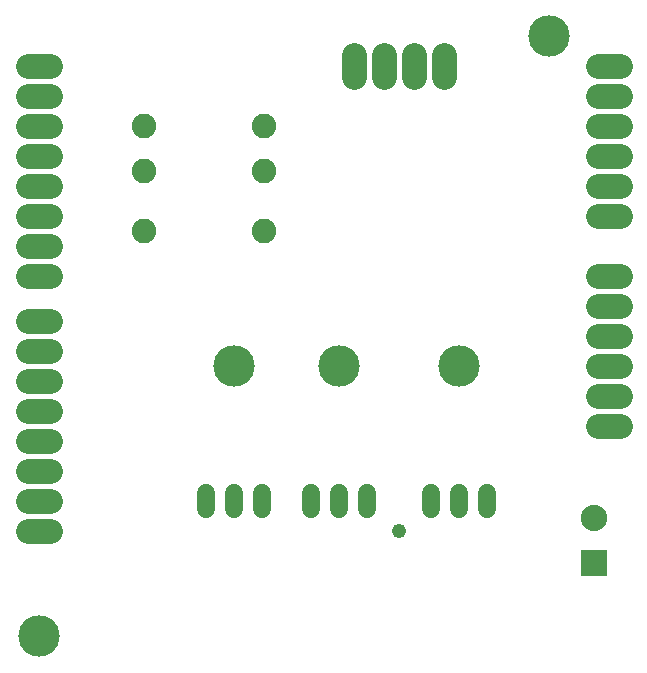
<source format=gts>
G75*
G70*
%OFA0B0*%
%FSLAX24Y24*%
%IPPOS*%
%LPD*%
%AMOC8*
5,1,8,0,0,1.08239X$1,22.5*
%
%ADD10C,0.0600*%
%ADD11C,0.1380*%
%ADD12C,0.0820*%
%ADD13C,0.0820*%
%ADD14R,0.0880X0.0880*%
%ADD15C,0.0880*%
%ADD16C,0.0480*%
D10*
X007072Y013004D02*
X007072Y013524D01*
X008010Y013524D02*
X008010Y013004D01*
X008947Y013004D02*
X008947Y013524D01*
X010572Y013524D02*
X010572Y013004D01*
X011510Y013004D02*
X011510Y013524D01*
X012447Y013524D02*
X012447Y013004D01*
X014572Y013004D02*
X014572Y013524D01*
X015510Y013524D02*
X015510Y013004D01*
X016447Y013004D02*
X016447Y013524D01*
D11*
X001510Y008764D03*
X008010Y017764D03*
X011510Y017764D03*
X015510Y017764D03*
X018510Y028764D03*
D12*
X020140Y027764D02*
X020880Y027764D01*
X020880Y026764D02*
X020140Y026764D01*
X020140Y025764D02*
X020880Y025764D01*
X020880Y024764D02*
X020140Y024764D01*
X020140Y023764D02*
X020880Y023764D01*
X020880Y022764D02*
X020140Y022764D01*
X020140Y020764D02*
X020880Y020764D01*
X020880Y019764D02*
X020140Y019764D01*
X020140Y018764D02*
X020880Y018764D01*
X020880Y017764D02*
X020140Y017764D01*
X020140Y016764D02*
X020880Y016764D01*
X020880Y015764D02*
X020140Y015764D01*
X015010Y027394D02*
X015010Y028134D01*
X014010Y028134D02*
X014010Y027394D01*
X013010Y027394D02*
X013010Y028134D01*
X012010Y028134D02*
X012010Y027394D01*
X001880Y027764D02*
X001140Y027764D01*
X001140Y026764D02*
X001880Y026764D01*
X001880Y025764D02*
X001140Y025764D01*
X001140Y024764D02*
X001880Y024764D01*
X001880Y023764D02*
X001140Y023764D01*
X001140Y022764D02*
X001880Y022764D01*
X001880Y021764D02*
X001140Y021764D01*
X001140Y020764D02*
X001880Y020764D01*
X001880Y019264D02*
X001140Y019264D01*
X001140Y018264D02*
X001880Y018264D01*
X001880Y017264D02*
X001140Y017264D01*
X001140Y016264D02*
X001880Y016264D01*
X001880Y015264D02*
X001140Y015264D01*
X001140Y014264D02*
X001880Y014264D01*
X001880Y013264D02*
X001140Y013264D01*
X001140Y012264D02*
X001880Y012264D01*
D13*
X005010Y022264D03*
X005010Y024264D03*
X005010Y025764D03*
X009010Y025764D03*
X009010Y024264D03*
X009010Y022264D03*
D14*
X020010Y011194D03*
D15*
X020010Y012712D03*
D16*
X013510Y012264D03*
M02*

</source>
